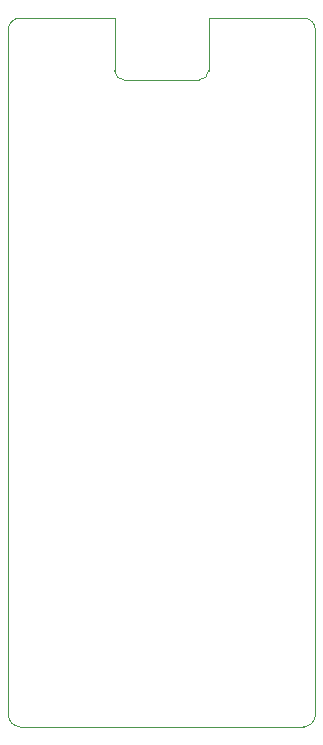
<source format=gbr>
%TF.GenerationSoftware,KiCad,Pcbnew,6.0.4-6f826c9f35~116~ubuntu20.04.1*%
%TF.CreationDate,2022-04-09T15:47:31+02:00*%
%TF.ProjectId,Arduini_TPSE,41726475-696e-4695-9f54-5053452e6b69,rev?*%
%TF.SameCoordinates,Original*%
%TF.FileFunction,Profile,NP*%
%FSLAX46Y46*%
G04 Gerber Fmt 4.6, Leading zero omitted, Abs format (unit mm)*
G04 Created by KiCad (PCBNEW 6.0.4-6f826c9f35~116~ubuntu20.04.1) date 2022-04-09 15:47:31*
%MOMM*%
%LPD*%
G01*
G04 APERTURE LIST*
%TA.AperFunction,Profile*%
%ADD10C,0.100000*%
%TD*%
%TA.AperFunction,Profile*%
%ADD11C,0.010000*%
%TD*%
G04 APERTURE END LIST*
D10*
X1000000Y60000000D02*
G75*
G03*
X0Y59000000I0J-1000000D01*
G01*
X25000000Y60000000D02*
X16950000Y60000000D01*
X0Y1000000D02*
G75*
G03*
X1000000Y0I1000000J0D01*
G01*
X26000000Y59000000D02*
G75*
G03*
X25000000Y60000000I-1000000J0D01*
G01*
X1000000Y0D02*
X25000000Y0D01*
X0Y59000000D02*
X0Y1000000D01*
X25000000Y0D02*
G75*
G03*
X26000000Y1000000I0J1000000D01*
G01*
X26000000Y1000000D02*
X26000000Y59000000D01*
X9000000Y60000000D02*
X1000000Y60000000D01*
D11*
%TO.C,J1*%
X9800000Y54750000D02*
X16150000Y54750000D01*
X16950000Y55550000D02*
X16950000Y60000000D01*
X9000000Y60000000D02*
X9000000Y55550000D01*
X16150000Y54750000D02*
G75*
G03*
X16950000Y55550000I-1J800001D01*
G01*
X9000000Y55550000D02*
G75*
G03*
X9800000Y54750000I800001J1D01*
G01*
%TD*%
M02*

</source>
